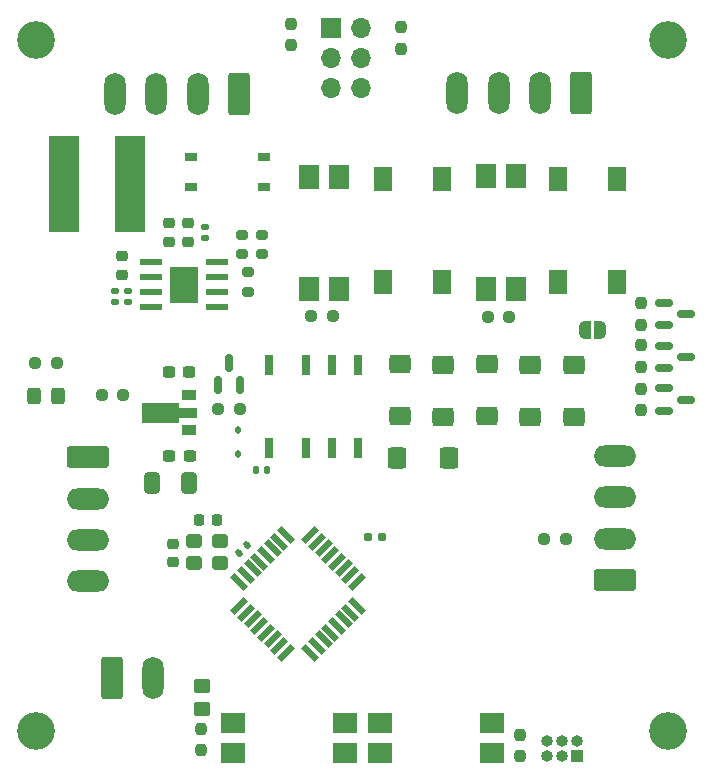
<source format=gbr>
%TF.GenerationSoftware,KiCad,Pcbnew,8.0.2*%
%TF.CreationDate,2024-08-03T08:51:49+02:00*%
%TF.ProjectId,BloX_ABC_MkII,426c6f58-5f41-4424-935f-4d6b49492e6b,rev?*%
%TF.SameCoordinates,Original*%
%TF.FileFunction,Soldermask,Top*%
%TF.FilePolarity,Negative*%
%FSLAX46Y46*%
G04 Gerber Fmt 4.6, Leading zero omitted, Abs format (unit mm)*
G04 Created by KiCad (PCBNEW 8.0.2) date 2024-08-03 08:51:49*
%MOMM*%
%LPD*%
G01*
G04 APERTURE LIST*
G04 Aperture macros list*
%AMRoundRect*
0 Rectangle with rounded corners*
0 $1 Rounding radius*
0 $2 $3 $4 $5 $6 $7 $8 $9 X,Y pos of 4 corners*
0 Add a 4 corners polygon primitive as box body*
4,1,4,$2,$3,$4,$5,$6,$7,$8,$9,$2,$3,0*
0 Add four circle primitives for the rounded corners*
1,1,$1+$1,$2,$3*
1,1,$1+$1,$4,$5*
1,1,$1+$1,$6,$7*
1,1,$1+$1,$8,$9*
0 Add four rect primitives between the rounded corners*
20,1,$1+$1,$2,$3,$4,$5,0*
20,1,$1+$1,$4,$5,$6,$7,0*
20,1,$1+$1,$6,$7,$8,$9,0*
20,1,$1+$1,$8,$9,$2,$3,0*%
%AMRotRect*
0 Rectangle, with rotation*
0 The origin of the aperture is its center*
0 $1 length*
0 $2 width*
0 $3 Rotation angle, in degrees counterclockwise*
0 Add horizontal line*
21,1,$1,$2,0,0,$3*%
%AMFreePoly0*
4,1,9,3.862500,-0.866500,0.737500,-0.866500,0.737500,-0.450000,-0.737500,-0.450000,-0.737500,0.450000,0.737500,0.450000,0.737500,0.866500,3.862500,0.866500,3.862500,-0.866500,3.862500,-0.866500,$1*%
%AMFreePoly1*
4,1,19,0.500000,-0.750000,0.000000,-0.750000,0.000000,-0.744911,-0.071157,-0.744911,-0.207708,-0.704816,-0.327430,-0.627875,-0.420627,-0.520320,-0.479746,-0.390866,-0.500000,-0.250000,-0.500000,0.250000,-0.479746,0.390866,-0.420627,0.520320,-0.327430,0.627875,-0.207708,0.704816,-0.071157,0.744911,0.000000,0.744911,0.000000,0.750000,0.500000,0.750000,0.500000,-0.750000,0.500000,-0.750000,
$1*%
%AMFreePoly2*
4,1,19,0.000000,0.744911,0.071157,0.744911,0.207708,0.704816,0.327430,0.627875,0.420627,0.520320,0.479746,0.390866,0.500000,0.250000,0.500000,-0.250000,0.479746,-0.390866,0.420627,-0.520320,0.327430,-0.627875,0.207708,-0.704816,0.071157,-0.744911,0.000000,-0.744911,0.000000,-0.750000,-0.500000,-0.750000,-0.500000,0.750000,0.000000,0.750000,0.000000,0.744911,0.000000,0.744911,
$1*%
G04 Aperture macros list end*
%ADD10R,2.600000X8.200000*%
%ADD11RoundRect,0.237500X0.250000X0.237500X-0.250000X0.237500X-0.250000X-0.237500X0.250000X-0.237500X0*%
%ADD12R,2.000000X1.780000*%
%ADD13RoundRect,0.140000X-0.170000X0.140000X-0.170000X-0.140000X0.170000X-0.140000X0.170000X0.140000X0*%
%ADD14C,3.200000*%
%ADD15RoundRect,0.250000X0.650000X1.550000X-0.650000X1.550000X-0.650000X-1.550000X0.650000X-1.550000X0*%
%ADD16O,1.800000X3.600000*%
%ADD17RoundRect,0.200000X0.275000X-0.200000X0.275000X0.200000X-0.275000X0.200000X-0.275000X-0.200000X0*%
%ADD18RoundRect,0.237500X-0.237500X0.250000X-0.237500X-0.250000X0.237500X-0.250000X0.237500X0.250000X0*%
%ADD19RoundRect,0.285714X-0.514286X-0.614286X0.514286X-0.614286X0.514286X0.614286X-0.514286X0.614286X0*%
%ADD20RoundRect,0.285714X0.614286X-0.514286X0.614286X0.514286X-0.614286X0.514286X-0.614286X-0.514286X0*%
%ADD21R,1.300000X0.900000*%
%ADD22FreePoly0,180.000000*%
%ADD23RoundRect,0.237500X0.237500X-0.250000X0.237500X0.250000X-0.237500X0.250000X-0.237500X-0.250000X0*%
%ADD24RoundRect,0.250000X-0.650000X-1.550000X0.650000X-1.550000X0.650000X1.550000X-0.650000X1.550000X0*%
%ADD25R,1.780000X2.000000*%
%ADD26RoundRect,0.237500X0.300000X0.237500X-0.300000X0.237500X-0.300000X-0.237500X0.300000X-0.237500X0*%
%ADD27RoundRect,0.150000X-0.587500X-0.150000X0.587500X-0.150000X0.587500X0.150000X-0.587500X0.150000X0*%
%ADD28RoundRect,0.250000X0.412500X0.650000X-0.412500X0.650000X-0.412500X-0.650000X0.412500X-0.650000X0*%
%ADD29RoundRect,0.225000X-0.225000X-0.250000X0.225000X-0.250000X0.225000X0.250000X-0.225000X0.250000X0*%
%ADD30RoundRect,0.160000X0.197500X0.160000X-0.197500X0.160000X-0.197500X-0.160000X0.197500X-0.160000X0*%
%ADD31RotRect,1.600000X0.550000X315.000000*%
%ADD32RotRect,1.600000X0.550000X45.000000*%
%ADD33RoundRect,0.140000X0.140000X0.170000X-0.140000X0.170000X-0.140000X-0.170000X0.140000X-0.170000X0*%
%ADD34FreePoly1,0.000000*%
%ADD35FreePoly2,0.000000*%
%ADD36RoundRect,0.250000X-1.550000X0.650000X-1.550000X-0.650000X1.550000X-0.650000X1.550000X0.650000X0*%
%ADD37O,3.600000X1.800000*%
%ADD38RoundRect,0.237500X-0.250000X-0.237500X0.250000X-0.237500X0.250000X0.237500X-0.250000X0.237500X0*%
%ADD39RoundRect,0.250000X0.325000X0.450000X-0.325000X0.450000X-0.325000X-0.450000X0.325000X-0.450000X0*%
%ADD40RoundRect,0.285714X-0.614286X0.514286X-0.614286X-0.514286X0.614286X-0.514286X0.614286X0.514286X0*%
%ADD41R,1.700000X1.700000*%
%ADD42O,1.700000X1.700000*%
%ADD43RoundRect,0.225000X-0.250000X0.225000X-0.250000X-0.225000X0.250000X-0.225000X0.250000X0.225000X0*%
%ADD44RoundRect,0.200000X-0.275000X0.200000X-0.275000X-0.200000X0.275000X-0.200000X0.275000X0.200000X0*%
%ADD45RoundRect,0.112500X0.112500X-0.187500X0.112500X0.187500X-0.112500X0.187500X-0.112500X-0.187500X0*%
%ADD46R,1.910000X0.610000*%
%ADD47R,1.205000X1.550000*%
%ADD48R,0.800000X1.800000*%
%ADD49RoundRect,0.225000X0.250000X-0.225000X0.250000X0.225000X-0.250000X0.225000X-0.250000X-0.225000X0*%
%ADD50RoundRect,0.140000X0.021213X-0.219203X0.219203X-0.021213X-0.021213X0.219203X-0.219203X0.021213X0*%
%ADD51R,1.000000X1.000000*%
%ADD52O,1.000000X1.000000*%
%ADD53RoundRect,0.300000X0.400000X0.300000X-0.400000X0.300000X-0.400000X-0.300000X0.400000X-0.300000X0*%
%ADD54R,1.500000X2.000000*%
%ADD55RoundRect,0.150000X0.150000X-0.587500X0.150000X0.587500X-0.150000X0.587500X-0.150000X-0.587500X0*%
%ADD56R,1.000000X0.800000*%
%ADD57RoundRect,0.250000X-0.450000X0.350000X-0.450000X-0.350000X0.450000X-0.350000X0.450000X0.350000X0*%
%ADD58RoundRect,0.250000X1.550000X-0.650000X1.550000X0.650000X-1.550000X0.650000X-1.550000X-0.650000X0*%
G04 APERTURE END LIST*
D10*
%TO.C,L901*%
X80385000Y-75184000D03*
X85985000Y-75184000D03*
%TD*%
D11*
%TO.C,R501*%
X95249500Y-94163000D03*
X93424500Y-94163000D03*
%TD*%
D12*
%TO.C,U2*%
X116652000Y-123317000D03*
X116652000Y-120777000D03*
X107122000Y-120777000D03*
X107122000Y-123317000D03*
%TD*%
D13*
%TO.C,C906*%
X92282500Y-78770000D03*
X92282500Y-79730000D03*
%TD*%
D14*
%TO.C,REF\u002A\u002A*%
X78000000Y-63000000D03*
%TD*%
D15*
%TO.C,J802*%
X124195000Y-67432500D03*
D16*
X120695000Y-67432500D03*
X117195000Y-67432500D03*
X113695000Y-67432500D03*
%TD*%
D17*
%TO.C,R903*%
X95457500Y-81089000D03*
X95457500Y-79439000D03*
%TD*%
D18*
%TO.C,R802*%
X108875000Y-61877000D03*
X108875000Y-63702000D03*
%TD*%
D19*
%TO.C,D504*%
X108567000Y-98330000D03*
X112967000Y-98330000D03*
%TD*%
D20*
%TO.C,D506*%
X112500000Y-94865000D03*
X112500000Y-90465000D03*
%TD*%
D21*
%TO.C,U301*%
X90932000Y-96012000D03*
D22*
X90844500Y-94512000D03*
D21*
X90932000Y-93012000D03*
%TD*%
D23*
%TO.C,R803*%
X129264000Y-87084500D03*
X129264000Y-85259500D03*
%TD*%
D24*
%TO.C,J1*%
X84455000Y-116967000D03*
D16*
X87955000Y-116967000D03*
%TD*%
D25*
%TO.C,U402*%
X116078000Y-84013000D03*
X118618000Y-84013000D03*
X118618000Y-74483000D03*
X116078000Y-74483000D03*
%TD*%
D26*
%TO.C,C301*%
X91006000Y-91059000D03*
X89281000Y-91059000D03*
%TD*%
D27*
%TO.C,Q803*%
X131191000Y-92461000D03*
X131191000Y-94361000D03*
X133066000Y-93411000D03*
%TD*%
D28*
%TO.C,C303*%
X90970500Y-100457000D03*
X87845500Y-100457000D03*
%TD*%
D29*
%TO.C,C201*%
X91798000Y-103623000D03*
X93348000Y-103623000D03*
%TD*%
D30*
%TO.C,R202*%
X107277500Y-105029000D03*
X106082500Y-105029000D03*
%TD*%
D31*
%TO.C,U202*%
X99177695Y-104869897D03*
X98612010Y-105435583D03*
X98046324Y-106001268D03*
X97480639Y-106566953D03*
X96914953Y-107132639D03*
X96349268Y-107698324D03*
X95783583Y-108264010D03*
X95217897Y-108829695D03*
D32*
X95217897Y-110880305D03*
X95783583Y-111445990D03*
X96349268Y-112011676D03*
X96914953Y-112577361D03*
X97480639Y-113143047D03*
X98046324Y-113708732D03*
X98612010Y-114274417D03*
X99177695Y-114840103D03*
D31*
X101228305Y-114840103D03*
X101793990Y-114274417D03*
X102359676Y-113708732D03*
X102925361Y-113143047D03*
X103491047Y-112577361D03*
X104056732Y-112011676D03*
X104622417Y-111445990D03*
X105188103Y-110880305D03*
D32*
X105188103Y-108829695D03*
X104622417Y-108264010D03*
X104056732Y-107698324D03*
X103491047Y-107132639D03*
X102925361Y-106566953D03*
X102359676Y-106001268D03*
X101793990Y-105435583D03*
X101228305Y-104869897D03*
%TD*%
D33*
%TO.C,C501*%
X97611000Y-99370000D03*
X96651000Y-99370000D03*
%TD*%
D34*
%TO.C,JP501*%
X124500000Y-87500000D03*
D35*
X125800000Y-87500000D03*
%TD*%
D36*
%TO.C,J101*%
X82432500Y-98305000D03*
D37*
X82432500Y-101805000D03*
X82432500Y-105305000D03*
X82432500Y-108805000D03*
%TD*%
D38*
%TO.C,R203*%
X83587500Y-93000000D03*
X85412500Y-93000000D03*
%TD*%
D39*
%TO.C,D201*%
X79892000Y-93091000D03*
X77842000Y-93091000D03*
%TD*%
D13*
%TO.C,C903*%
X84662500Y-84201000D03*
X84662500Y-85161000D03*
%TD*%
D40*
%TO.C,D507*%
X108817000Y-90365000D03*
X108817000Y-94765000D03*
%TD*%
D41*
%TO.C,J801*%
X102960000Y-61960000D03*
D42*
X105500000Y-61960000D03*
X102960000Y-64500000D03*
X105500000Y-64500000D03*
X102960000Y-67040000D03*
X105500000Y-67040000D03*
%TD*%
D23*
%TO.C,R2*%
X91948000Y-123086500D03*
X91948000Y-121261500D03*
%TD*%
D43*
%TO.C,C203*%
X89652000Y-105610000D03*
X89652000Y-107160000D03*
%TD*%
D11*
%TO.C,R401*%
X118077500Y-86426000D03*
X116252500Y-86426000D03*
%TD*%
D44*
%TO.C,R901*%
X97108500Y-79439000D03*
X97108500Y-81089000D03*
%TD*%
D27*
%TO.C,Q801*%
X131191000Y-85222000D03*
X131191000Y-87122000D03*
X133066000Y-86172000D03*
%TD*%
D45*
%TO.C,D505*%
X95099000Y-98041000D03*
X95099000Y-95941000D03*
%TD*%
D46*
%TO.C,U901*%
X87757000Y-81788000D03*
X87757000Y-83058000D03*
X87757000Y-84328000D03*
X87757000Y-85598000D03*
X93317000Y-85598000D03*
X93317000Y-84328000D03*
X93317000Y-83058000D03*
X93317000Y-81788000D03*
D47*
X89934500Y-82918000D03*
X89934500Y-84468000D03*
X91139500Y-82918000D03*
X91139500Y-84468000D03*
%TD*%
D13*
%TO.C,C902*%
X85805500Y-84201000D03*
X85805500Y-85161000D03*
%TD*%
D20*
%TO.C,D502*%
X119866000Y-94865000D03*
X119866000Y-90465000D03*
%TD*%
D48*
%TO.C,K501*%
X97700000Y-97480000D03*
X100900000Y-97480000D03*
X103100000Y-97480000D03*
X105300000Y-97480000D03*
X105300000Y-90480000D03*
X103100000Y-90480000D03*
X100900000Y-90480000D03*
X97700000Y-90480000D03*
%TD*%
D49*
%TO.C,C901*%
X85297500Y-82817000D03*
X85297500Y-81267000D03*
%TD*%
D44*
%TO.C,R902*%
X95965500Y-82614000D03*
X95965500Y-84264000D03*
%TD*%
D15*
%TO.C,J103*%
X95195000Y-67500000D03*
D16*
X91695000Y-67500000D03*
X88195000Y-67500000D03*
X84695000Y-67500000D03*
%TD*%
D12*
%TO.C,U1*%
X94676000Y-120777000D03*
X94676000Y-123317000D03*
X104206000Y-123317000D03*
X104206000Y-120777000D03*
%TD*%
D18*
%TO.C,R1*%
X118999000Y-121769500D03*
X118999000Y-123594500D03*
%TD*%
D26*
%TO.C,C302*%
X91032500Y-98171000D03*
X89307500Y-98171000D03*
%TD*%
D50*
%TO.C,C202*%
X95240000Y-106385000D03*
X95918822Y-105706178D03*
%TD*%
D51*
%TO.C,U201*%
X123825000Y-123571000D03*
D52*
X123825000Y-122301000D03*
X122555000Y-123571000D03*
X122555000Y-122301000D03*
X121285000Y-123571000D03*
X121285000Y-122301000D03*
%TD*%
D53*
%TO.C,Y201*%
X93630000Y-105374000D03*
X91430000Y-105374000D03*
X91430000Y-107274000D03*
X93630000Y-107274000D03*
%TD*%
D54*
%TO.C,D401*%
X127214000Y-74751000D03*
X122214000Y-74751000D03*
X122214000Y-83491000D03*
X127214000Y-83491000D03*
%TD*%
D14*
%TO.C,REF\u002A\u002A*%
X78000000Y-121500000D03*
%TD*%
D11*
%TO.C,R301*%
X103147500Y-86360000D03*
X101322500Y-86360000D03*
%TD*%
D14*
%TO.C,REF\u002A\u002A*%
X131500000Y-121500000D03*
%TD*%
D18*
%TO.C,R801*%
X99615000Y-61599500D03*
X99615000Y-63424500D03*
%TD*%
D55*
%TO.C,Q501*%
X93387000Y-92179500D03*
X95287000Y-92179500D03*
X94337000Y-90304500D03*
%TD*%
D43*
%TO.C,C904*%
X90900500Y-78473000D03*
X90900500Y-80023000D03*
%TD*%
D25*
%TO.C,U302*%
X101092000Y-84079000D03*
X103632000Y-84079000D03*
X103632000Y-74549000D03*
X101092000Y-74549000D03*
%TD*%
D27*
%TO.C,Q802*%
X131191000Y-88833000D03*
X131191000Y-90733000D03*
X133066000Y-89783000D03*
%TD*%
D23*
%TO.C,R805*%
X129264000Y-94323500D03*
X129264000Y-92498500D03*
%TD*%
D56*
%TO.C,D701*%
X97309000Y-75438000D03*
X97309000Y-72898000D03*
X91159000Y-72898000D03*
X91159000Y-75438000D03*
%TD*%
D23*
%TO.C,R804*%
X129264000Y-90640500D03*
X129264000Y-88815500D03*
%TD*%
D40*
%TO.C,D501*%
X123549000Y-90492000D03*
X123549000Y-94892000D03*
%TD*%
D38*
%TO.C,R204*%
X121058300Y-105206800D03*
X122883300Y-105206800D03*
%TD*%
D57*
%TO.C,R3*%
X92075000Y-117618000D03*
X92075000Y-119618000D03*
%TD*%
D11*
%TO.C,R201*%
X79779500Y-90297000D03*
X77954500Y-90297000D03*
%TD*%
D58*
%TO.C,J102*%
X127067500Y-108695000D03*
D37*
X127067500Y-105195000D03*
X127067500Y-101695000D03*
X127067500Y-98195000D03*
%TD*%
D43*
%TO.C,C905*%
X89234500Y-78473000D03*
X89234500Y-80023000D03*
%TD*%
D40*
%TO.C,D503*%
X116183000Y-90365000D03*
X116183000Y-94765000D03*
%TD*%
D54*
%TO.C,D301*%
X112355000Y-74751000D03*
X107355000Y-74751000D03*
X107355000Y-83491000D03*
X112355000Y-83491000D03*
%TD*%
D14*
%TO.C,REF\u002A\u002A*%
X131500000Y-63000000D03*
%TD*%
M02*

</source>
